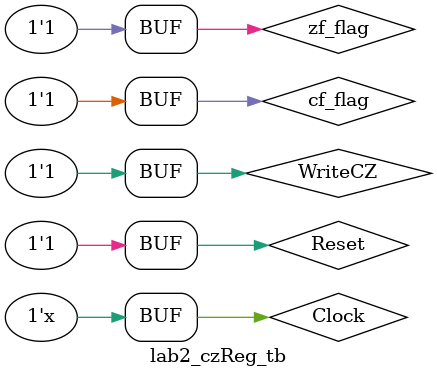
<source format=sv>
module lab2_czReg (Clock, Reset, WriteCZ, cf_flag, zf_flag, cf, zf);

	input WriteCZ, cf_flag, zf_flag, Clock, Reset;
	output logic cf, zf;

	always_ff @ (posedge Clock) begin
		unique casex ({Reset, WriteCZ})
		{1'b1, 1'bx} : begin
			cf <= 1'b0;
			zf <= 1'b0; end
		{1'b0, 1'b1} : begin
			cf <= cf_flag;
			zf <= zf_flag; end
		endcase
	end
endmodule

// ---- ---- ---- ---- //

`timescale 1ns / 1ps

module lab2_czReg_tb ();
	
	logic Clock, WriteCZ, cf_flag, zf_flag, Reset, cf, zf;
	lab2_czReg simulation(.Clock(Clock), .Reset(Reset), .WriteCZ(WriteCZ), .cf_flag(cf_flag), .zf_flag(zf_flag), .cf(cf), .zf(zf));
	
	always #6 Clock = ~Clock;
	
	initial begin
		Clock = 1'b0;
		#1 cf_flag = 1'b1; zf_flag = 1'b0; Reset = 1'b0; WriteCZ = 1'b1;          
		#10 cf_flag = 1'b0; zf_flag = 1'b0; Reset = 1'b0; WriteCZ = 1'b1;
		#10 cf_flag = 1'b0; zf_flag = 1'b1; Reset = 1'b0; WriteCZ = 1'b1;
		#10 cf_flag = 1'b1; zf_flag = 1'b1; Reset = 1'b0; WriteCZ = 1'b1;
		#10 cf_flag = 1'b1; zf_flag = 1'b0; Reset = 1'b0; WriteCZ = 1'b0;          
		#10 cf_flag = 1'b0; zf_flag = 1'b0; Reset = 1'b0; WriteCZ = 1'b0;
		#10 cf_flag = 1'b0; zf_flag = 1'b1; Reset = 1'b0; WriteCZ = 1'b1;
		#10 cf_flag = 1'b1; zf_flag = 1'b1; Reset = 1'b0; WriteCZ = 1'b0;
		#10 cf_flag = 1'b1; zf_flag = 1'b1; Reset = 1'b0; WriteCZ = 1'b0;
		#10 cf_flag = 1'b1; zf_flag = 1'b1; Reset = 1'b1; WriteCZ = 1'b1;
	end
endmodule


</source>
